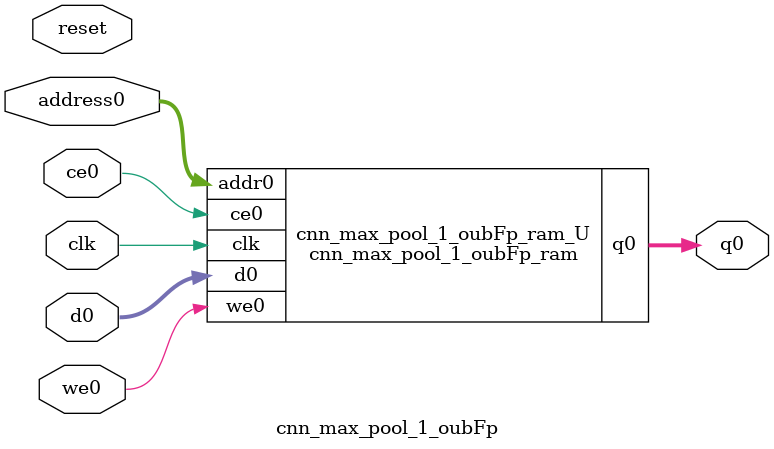
<source format=v>
`timescale 1 ns / 1 ps
module cnn_max_pool_1_oubFp_ram (addr0, ce0, d0, we0, q0,  clk);

parameter DWIDTH = 14;
parameter AWIDTH = 5;
parameter MEM_SIZE = 25;

input[AWIDTH-1:0] addr0;
input ce0;
input[DWIDTH-1:0] d0;
input we0;
output reg[DWIDTH-1:0] q0;
input clk;

(* ram_style = "distributed" *)reg [DWIDTH-1:0] ram[0:MEM_SIZE-1];




always @(posedge clk)  
begin 
    if (ce0) 
    begin
        if (we0) 
        begin 
            ram[addr0] <= d0; 
        end 
        q0 <= ram[addr0];
    end
end


endmodule

`timescale 1 ns / 1 ps
module cnn_max_pool_1_oubFp(
    reset,
    clk,
    address0,
    ce0,
    we0,
    d0,
    q0);

parameter DataWidth = 32'd14;
parameter AddressRange = 32'd25;
parameter AddressWidth = 32'd5;
input reset;
input clk;
input[AddressWidth - 1:0] address0;
input ce0;
input we0;
input[DataWidth - 1:0] d0;
output[DataWidth - 1:0] q0;



cnn_max_pool_1_oubFp_ram cnn_max_pool_1_oubFp_ram_U(
    .clk( clk ),
    .addr0( address0 ),
    .ce0( ce0 ),
    .we0( we0 ),
    .d0( d0 ),
    .q0( q0 ));

endmodule


</source>
